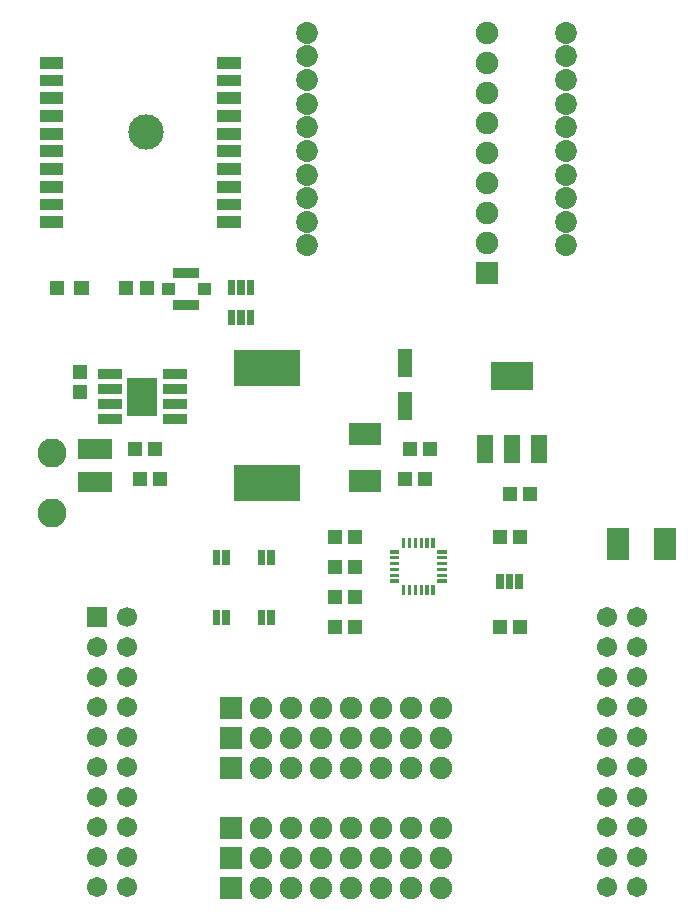
<source format=gbr>
G04 DipTrace 2.4.0.2*
%INTopMask.gbr*%
%MOIN*%
%ADD30R,0.0669X0.0669*%
%ADD31C,0.0669*%
%ADD49C,0.1181*%
%ADD56C,0.0671*%
%ADD59C,0.073*%
%ADD61R,0.1419X0.0946*%
%ADD63R,0.0552X0.0946*%
%ADD65R,0.1029X0.13*%
%ADD67R,0.0832X0.032*%
%ADD71R,0.2206X0.1222*%
%ADD75C,0.097*%
%ADD77C,0.0749*%
%ADD78R,0.0749X0.0749*%
%ADD79R,0.0749X0.1064*%
%ADD81R,0.1064X0.0749*%
%ADD83R,0.1143X0.071*%
%ADD85R,0.0474X0.0966*%
%ADD87R,0.0474X0.0513*%
%ADD88R,0.0513X0.0474*%
%FSLAX44Y44*%
G04*
G70*
G90*
G75*
G01*
%LNTopMask*%
%LPD*%
D88*
X19883Y13143D3*
X20552D3*
X19883Y16143D3*
X20552D3*
X14383Y15143D3*
X15052D3*
X14383Y14143D3*
X15052D3*
D85*
X16728Y20488D3*
Y21925D3*
D88*
X8378Y19065D3*
X7709D3*
D87*
X5878Y21628D3*
Y20958D3*
D88*
X7878Y18065D3*
X8548D3*
D83*
X6378Y19065D3*
Y17963D3*
D88*
X16878Y19065D3*
X17548D3*
X17378Y18065D3*
X16709D3*
X20878Y17565D3*
X20209D3*
D81*
X15378Y19565D3*
Y17990D3*
D79*
X23821Y15893D3*
X25396D3*
D78*
X10940Y9440D3*
D77*
X11940D3*
X12940D3*
X13940D3*
X14940D3*
X15940D3*
X16940D3*
X17940D3*
D78*
X10940Y8440D3*
D77*
X11940D3*
X12940D3*
X13940D3*
X14940D3*
X15940D3*
X16940D3*
X17940D3*
D78*
X10940Y10440D3*
D77*
X11940D3*
X12940D3*
X13940D3*
X14940D3*
X15940D3*
X16940D3*
X17940D3*
D78*
X19444Y24936D3*
D77*
Y25936D3*
Y26936D3*
Y27936D3*
Y28936D3*
Y29936D3*
Y30936D3*
Y31936D3*
Y32936D3*
D78*
X10940Y6440D3*
D77*
X11940D3*
X12940D3*
X13940D3*
X14940D3*
X15940D3*
X16940D3*
X17940D3*
D78*
X10940Y4440D3*
D77*
X11940D3*
X12940D3*
X13940D3*
X14940D3*
X15940D3*
X16940D3*
X17940D3*
D78*
X10940Y5440D3*
D77*
X11940D3*
X12940D3*
X13940D3*
X14940D3*
X15940D3*
X16940D3*
X17940D3*
D75*
X4944Y18936D3*
Y16936D3*
D71*
X12127Y17940D3*
Y21759D3*
G36*
X5704Y24676D2*
Y24204D1*
X6176D1*
Y24676D1*
X5704D1*
G37*
G36*
X4877D2*
Y24204D1*
X5349D1*
Y24676D1*
X4877D1*
G37*
D88*
X7440Y24440D3*
X8109D3*
X14383Y16143D3*
X15052D3*
X14383Y13143D3*
X15052D3*
G36*
X11455Y23190D2*
X11705D1*
Y23690D1*
X11455D1*
Y23190D1*
G37*
G36*
X11135D2*
X11385D1*
Y23690D1*
X11135D1*
Y23190D1*
G37*
G36*
X10815D2*
X11065D1*
Y23690D1*
X10815D1*
Y23190D1*
G37*
G36*
X20008Y14893D2*
X19758D1*
Y14393D1*
X20008D1*
Y14893D1*
G37*
G36*
X20328D2*
X20078D1*
Y14393D1*
X20328D1*
Y14893D1*
G37*
G36*
X20648D2*
X20398D1*
Y14393D1*
X20648D1*
Y14893D1*
G37*
G36*
X11455Y24190D2*
X11705D1*
Y24690D1*
X11455D1*
Y24190D1*
G37*
G36*
X11135D2*
X11385D1*
Y24690D1*
X11135D1*
Y24190D1*
G37*
G36*
X10815D2*
X11065D1*
Y24690D1*
X10815D1*
Y24190D1*
G37*
G36*
X12065Y15690D2*
X11815D1*
Y15190D1*
X12065D1*
Y15690D1*
G37*
G36*
X12385D2*
X12135D1*
Y15190D1*
X12385D1*
Y15690D1*
G37*
G36*
X10565D2*
X10315D1*
Y15190D1*
X10565D1*
Y15690D1*
G37*
G36*
X10885D2*
X10635D1*
Y15190D1*
X10885D1*
Y15690D1*
G37*
G36*
X10565Y13690D2*
X10315D1*
Y13190D1*
X10565D1*
Y13690D1*
G37*
G36*
X10885D2*
X10635D1*
Y13190D1*
X10885D1*
Y13690D1*
G37*
G36*
X12065D2*
X11815D1*
Y13190D1*
X12065D1*
Y13690D1*
G37*
G36*
X12385D2*
X12135D1*
Y13190D1*
X12385D1*
Y13690D1*
G37*
G36*
X9873Y25107D2*
X9007D1*
Y24773D1*
X9873D1*
Y25107D1*
G37*
G36*
Y24025D2*
X9007D1*
Y23690D1*
X9873D1*
Y24025D1*
G37*
G36*
X10247Y24596D2*
X9834D1*
Y24202D1*
X10247D1*
Y24596D1*
G37*
G36*
X9046D2*
X8633D1*
Y24202D1*
X9046D1*
Y24596D1*
G37*
G36*
X16225Y15584D2*
X16540D1*
Y15702D1*
X16225D1*
Y15584D1*
G37*
G36*
Y15387D2*
X16540D1*
Y15505D1*
X16225D1*
Y15387D1*
G37*
G36*
Y15190D2*
X16540D1*
Y15308D1*
X16225D1*
Y15190D1*
G37*
G36*
Y14994D2*
X16540D1*
Y15112D1*
X16225D1*
Y14994D1*
G37*
G36*
Y14797D2*
X16540D1*
Y14915D1*
X16225D1*
Y14797D1*
G37*
G36*
Y14600D2*
X16540D1*
Y14718D1*
X16225D1*
Y14600D1*
G37*
G36*
X16619Y14521D2*
Y14206D1*
X16737D1*
Y14521D1*
X16619D1*
G37*
G36*
X16816D2*
Y14206D1*
X16934D1*
Y14521D1*
X16816D1*
G37*
G36*
X17013D2*
Y14206D1*
X17131D1*
Y14521D1*
X17013D1*
G37*
G36*
X17210D2*
Y14206D1*
X17328D1*
Y14521D1*
X17210D1*
G37*
G36*
X17407D2*
Y14206D1*
X17525D1*
Y14521D1*
X17407D1*
G37*
G36*
X17603D2*
Y14206D1*
X17722D1*
Y14521D1*
X17603D1*
G37*
G36*
X18115Y14718D2*
X17800D1*
Y14600D1*
X18115D1*
Y14718D1*
G37*
G36*
Y14915D2*
X17800D1*
Y14797D1*
X18115D1*
Y14915D1*
G37*
G36*
Y15112D2*
X17800D1*
Y14994D1*
X18115D1*
Y15112D1*
G37*
G36*
Y15308D2*
X17800D1*
Y15190D1*
X18115D1*
Y15308D1*
G37*
G36*
Y15505D2*
X17800D1*
Y15387D1*
X18115D1*
Y15505D1*
G37*
G36*
Y15702D2*
X17800D1*
Y15584D1*
X18115D1*
Y15702D1*
G37*
G36*
X17722Y15781D2*
Y16096D1*
X17603D1*
Y15781D1*
X17722D1*
G37*
G36*
X17525D2*
Y16096D1*
X17407D1*
Y15781D1*
X17525D1*
G37*
G36*
X17328D2*
Y16096D1*
X17210D1*
Y15781D1*
X17328D1*
G37*
G36*
X17131D2*
Y16096D1*
X17013D1*
Y15781D1*
X17131D1*
G37*
G36*
X16934D2*
Y16096D1*
X16816D1*
Y15781D1*
X16934D1*
G37*
G36*
X16737D2*
Y16096D1*
X16619D1*
Y15781D1*
X16737D1*
G37*
G36*
X5335Y32140D2*
X4548D1*
Y31746D1*
X5335D1*
Y32140D1*
G37*
G36*
Y31549D2*
X4548D1*
Y31156D1*
X5335D1*
Y31549D1*
G37*
G36*
Y30959D2*
X4548D1*
Y30565D1*
X5335D1*
Y30959D1*
G37*
G36*
Y30368D2*
X4548D1*
Y29975D1*
X5335D1*
Y30368D1*
G37*
G36*
Y29778D2*
X4548D1*
Y29384D1*
X5335D1*
Y29778D1*
G37*
G36*
Y29187D2*
X4548D1*
Y28794D1*
X5335D1*
Y29187D1*
G37*
G36*
Y28597D2*
X4548D1*
Y28203D1*
X5335D1*
Y28597D1*
G37*
G36*
Y28006D2*
X4548D1*
Y27612D1*
X5335D1*
Y28006D1*
G37*
G36*
Y27416D2*
X4548D1*
Y27022D1*
X5335D1*
Y27416D1*
G37*
G36*
Y26825D2*
X4548D1*
Y26431D1*
X5335D1*
Y26825D1*
G37*
G36*
X10453Y26431D2*
X11241D1*
Y26825D1*
X10453D1*
Y26431D1*
G37*
G36*
Y27022D2*
X11241D1*
Y27416D1*
X10453D1*
Y27022D1*
G37*
G36*
Y27612D2*
X11241D1*
Y28006D1*
X10453D1*
Y27612D1*
G37*
G36*
Y28203D2*
X11241D1*
Y28597D1*
X10453D1*
Y28203D1*
G37*
G36*
Y28794D2*
X11241D1*
Y29187D1*
X10453D1*
Y28794D1*
G37*
G36*
Y29384D2*
X11241D1*
Y29778D1*
X10453D1*
Y29384D1*
G37*
G36*
Y29975D2*
X11241D1*
Y30368D1*
X10453D1*
Y29975D1*
G37*
G36*
Y30565D2*
X11241D1*
Y30959D1*
X10453D1*
Y30565D1*
G37*
G36*
Y31156D2*
X11241D1*
Y31549D1*
X10453D1*
Y31156D1*
G37*
G36*
Y31746D2*
X11241D1*
Y32140D1*
X10453D1*
Y31746D1*
G37*
D49*
X8091Y29620D3*
D67*
X9065Y20065D3*
Y20565D3*
Y21065D3*
Y21565D3*
X6876D3*
Y21065D3*
Y20565D3*
Y20065D3*
D65*
X7971Y20815D3*
D63*
X19378Y19065D3*
X20284D3*
X21189D3*
D61*
X20284Y21506D3*
D59*
X13444Y32939D3*
Y32152D3*
Y31364D3*
Y30577D3*
Y29789D3*
Y29002D3*
Y28215D3*
Y27427D3*
Y26640D3*
Y25852D3*
X22105D3*
Y26640D3*
Y27427D3*
Y28215D3*
Y29002D3*
Y29789D3*
Y30577D3*
Y31364D3*
Y32152D3*
Y32939D3*
D30*
X6444Y13456D3*
D56*
Y12456D3*
Y11456D3*
Y10456D3*
Y9456D3*
Y8456D3*
Y7456D3*
Y6456D3*
Y5456D3*
Y4456D3*
D31*
X7444Y13456D3*
D56*
Y12456D3*
X24444Y4456D3*
Y5456D3*
Y6456D3*
Y7456D3*
Y8456D3*
Y9456D3*
Y10456D3*
Y11456D3*
Y12456D3*
Y13456D3*
X7444Y11456D3*
Y10456D3*
Y9456D3*
Y8456D3*
Y7456D3*
Y6456D3*
Y5456D3*
Y4456D3*
X23444D3*
Y5456D3*
Y6456D3*
Y7456D3*
Y8456D3*
Y9456D3*
Y10456D3*
Y11456D3*
Y12456D3*
Y13456D3*
M02*

</source>
